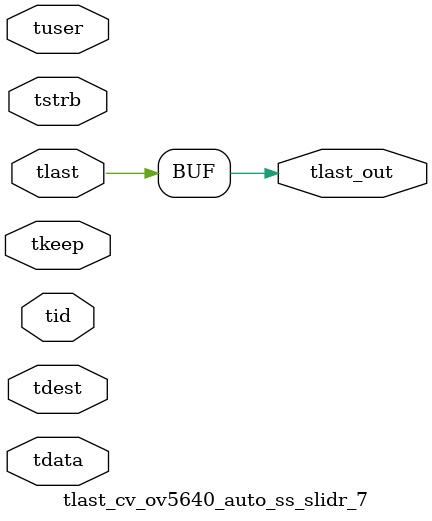
<source format=v>


`timescale 1ps/1ps

module tlast_cv_ov5640_auto_ss_slidr_7 #
(
parameter C_S_AXIS_TID_WIDTH   = 1,
parameter C_S_AXIS_TUSER_WIDTH = 0,
parameter C_S_AXIS_TDATA_WIDTH = 0,
parameter C_S_AXIS_TDEST_WIDTH = 0
)
(
input  [(C_S_AXIS_TID_WIDTH   == 0 ? 1 : C_S_AXIS_TID_WIDTH)-1:0       ] tid,
input  [(C_S_AXIS_TDATA_WIDTH == 0 ? 1 : C_S_AXIS_TDATA_WIDTH)-1:0     ] tdata,
input  [(C_S_AXIS_TUSER_WIDTH == 0 ? 1 : C_S_AXIS_TUSER_WIDTH)-1:0     ] tuser,
input  [(C_S_AXIS_TDEST_WIDTH == 0 ? 1 : C_S_AXIS_TDEST_WIDTH)-1:0     ] tdest,
input  [(C_S_AXIS_TDATA_WIDTH/8)-1:0 ] tkeep,
input  [(C_S_AXIS_TDATA_WIDTH/8)-1:0 ] tstrb,
input  [0:0]                                                             tlast,
output                                                                   tlast_out
);

assign tlast_out = {tlast};

endmodule


</source>
